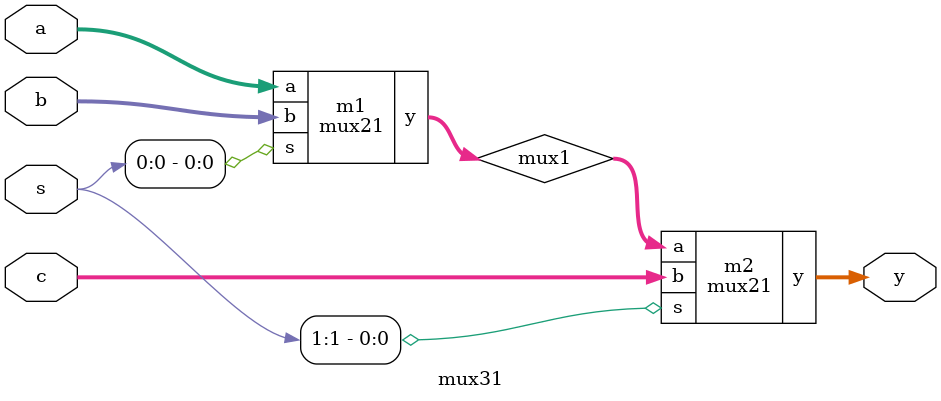
<source format=v>
/* Generated by Yosys 0.9 (git sha1 1979e0b) */

module mux21(a, b, s, y);
  wire _000_;
  wire _001_;
  wire _002_;
  wire _003_;
  wire _004_;
  wire _005_;
  wire _006_;
  wire _007_;
  wire _008_;
  wire _009_;
  wire _010_;
  wire _011_;
  wire _012_;
  wire _013_;
  wire _014_;
  wire _015_;
  wire _016_;
  wire _017_;
  wire _018_;
  wire _019_;
  wire _020_;
  wire _021_;
  wire _022_;
  wire _023_;
  wire _024_;
  wire _025_;
  wire _026_;
  wire _027_;
  wire _028_;
  wire _029_;
  wire _030_;
  wire _031_;
  wire _032_;
  wire _033_;
  wire _034_;
  wire _035_;
  wire _036_;
  wire _037_;
  wire _038_;
  wire _039_;
  wire _040_;
  wire _041_;
  wire _042_;
  wire _043_;
  wire _044_;
  wire _045_;
  wire _046_;
  wire _047_;
  wire _048_;
  wire _049_;
  wire _050_;
  wire _051_;
  wire _052_;
  wire _053_;
  wire _054_;
  wire _055_;
  wire _056_;
  wire _057_;
  wire _058_;
  wire _059_;
  wire _060_;
  wire _061_;
  wire _062_;
  wire _063_;
  wire _064_;
  wire _065_;
  wire _066_;
  wire _067_;
  wire _068_;
  wire _069_;
  wire _070_;
  wire _071_;
  wire _072_;
  wire _073_;
  wire _074_;
  wire _075_;
  wire _076_;
  wire _077_;
  wire _078_;
  wire _079_;
  wire _080_;
  wire _081_;
  wire _082_;
  wire _083_;
  wire _084_;
  wire _085_;
  wire _086_;
  wire _087_;
  wire _088_;
  wire _089_;
  wire _090_;
  wire _091_;
  wire _092_;
  wire _093_;
  wire _094_;
  wire _095_;
  wire _096_;
  input [31:0] a;
  input [31:0] b;
  input s;
  output [31:0] y;
  sky130_fd_sc_hd__mux2_1 _097_ (
    .A0(_013_),
    .A1(_045_),
    .S(_064_),
    .X(_078_)
  );
  sky130_fd_sc_hd__mux2_1 _098_ (
    .A0(_014_),
    .A1(_046_),
    .S(_064_),
    .X(_079_)
  );
  sky130_fd_sc_hd__mux2_1 _099_ (
    .A0(_015_),
    .A1(_047_),
    .S(_064_),
    .X(_080_)
  );
  sky130_fd_sc_hd__mux2_1 _100_ (
    .A0(_016_),
    .A1(_048_),
    .S(_064_),
    .X(_081_)
  );
  sky130_fd_sc_hd__mux2_1 _101_ (
    .A0(_017_),
    .A1(_049_),
    .S(_064_),
    .X(_082_)
  );
  sky130_fd_sc_hd__mux2_1 _102_ (
    .A0(_018_),
    .A1(_050_),
    .S(_064_),
    .X(_083_)
  );
  sky130_fd_sc_hd__mux2_1 _103_ (
    .A0(_019_),
    .A1(_051_),
    .S(_064_),
    .X(_084_)
  );
  sky130_fd_sc_hd__mux2_1 _104_ (
    .A0(_020_),
    .A1(_052_),
    .S(_064_),
    .X(_085_)
  );
  sky130_fd_sc_hd__mux2_1 _105_ (
    .A0(_021_),
    .A1(_053_),
    .S(_064_),
    .X(_086_)
  );
  sky130_fd_sc_hd__mux2_1 _106_ (
    .A0(_023_),
    .A1(_055_),
    .S(_064_),
    .X(_088_)
  );
  sky130_fd_sc_hd__mux2_1 _107_ (
    .A0(_024_),
    .A1(_056_),
    .S(_064_),
    .X(_089_)
  );
  sky130_fd_sc_hd__mux2_1 _108_ (
    .A0(_000_),
    .A1(_032_),
    .S(_064_),
    .X(_065_)
  );
  sky130_fd_sc_hd__mux2_1 _109_ (
    .A0(_011_),
    .A1(_043_),
    .S(_064_),
    .X(_076_)
  );
  sky130_fd_sc_hd__mux2_1 _110_ (
    .A0(_022_),
    .A1(_054_),
    .S(_064_),
    .X(_087_)
  );
  sky130_fd_sc_hd__mux2_1 _111_ (
    .A0(_025_),
    .A1(_057_),
    .S(_064_),
    .X(_090_)
  );
  sky130_fd_sc_hd__mux2_1 _112_ (
    .A0(_026_),
    .A1(_058_),
    .S(_064_),
    .X(_091_)
  );
  sky130_fd_sc_hd__mux2_1 _113_ (
    .A0(_027_),
    .A1(_059_),
    .S(_064_),
    .X(_092_)
  );
  sky130_fd_sc_hd__mux2_1 _114_ (
    .A0(_028_),
    .A1(_060_),
    .S(_064_),
    .X(_093_)
  );
  sky130_fd_sc_hd__mux2_1 _115_ (
    .A0(_029_),
    .A1(_061_),
    .S(_064_),
    .X(_094_)
  );
  sky130_fd_sc_hd__mux2_1 _116_ (
    .A0(_030_),
    .A1(_062_),
    .S(_064_),
    .X(_095_)
  );
  sky130_fd_sc_hd__mux2_1 _117_ (
    .A0(_031_),
    .A1(_063_),
    .S(_064_),
    .X(_096_)
  );
  sky130_fd_sc_hd__mux2_1 _118_ (
    .A0(_001_),
    .A1(_033_),
    .S(_064_),
    .X(_066_)
  );
  sky130_fd_sc_hd__mux2_1 _119_ (
    .A0(_002_),
    .A1(_034_),
    .S(_064_),
    .X(_067_)
  );
  sky130_fd_sc_hd__mux2_1 _120_ (
    .A0(_003_),
    .A1(_035_),
    .S(_064_),
    .X(_068_)
  );
  sky130_fd_sc_hd__mux2_1 _121_ (
    .A0(_004_),
    .A1(_036_),
    .S(_064_),
    .X(_069_)
  );
  sky130_fd_sc_hd__mux2_1 _122_ (
    .A0(_005_),
    .A1(_037_),
    .S(_064_),
    .X(_070_)
  );
  sky130_fd_sc_hd__mux2_1 _123_ (
    .A0(_006_),
    .A1(_038_),
    .S(_064_),
    .X(_071_)
  );
  sky130_fd_sc_hd__mux2_1 _124_ (
    .A0(_007_),
    .A1(_039_),
    .S(_064_),
    .X(_072_)
  );
  sky130_fd_sc_hd__mux2_1 _125_ (
    .A0(_008_),
    .A1(_040_),
    .S(_064_),
    .X(_073_)
  );
  sky130_fd_sc_hd__mux2_1 _126_ (
    .A0(_009_),
    .A1(_041_),
    .S(_064_),
    .X(_074_)
  );
  sky130_fd_sc_hd__mux2_1 _127_ (
    .A0(_010_),
    .A1(_042_),
    .S(_064_),
    .X(_075_)
  );
  sky130_fd_sc_hd__mux2_1 _128_ (
    .A0(_012_),
    .A1(_044_),
    .S(_064_),
    .X(_077_)
  );
  assign _013_ = a[21];
  assign _045_ = b[21];
  assign _064_ = s;
  assign y[21] = _078_;
  assign _014_ = a[22];
  assign _046_ = b[22];
  assign y[22] = _079_;
  assign _015_ = a[23];
  assign _047_ = b[23];
  assign y[23] = _080_;
  assign _016_ = a[24];
  assign _048_ = b[24];
  assign y[24] = _081_;
  assign _017_ = a[25];
  assign _049_ = b[25];
  assign y[25] = _082_;
  assign _018_ = a[26];
  assign _050_ = b[26];
  assign y[26] = _083_;
  assign _019_ = a[27];
  assign _051_ = b[27];
  assign y[27] = _084_;
  assign _020_ = a[28];
  assign _052_ = b[28];
  assign y[28] = _085_;
  assign _021_ = a[29];
  assign _053_ = b[29];
  assign y[29] = _086_;
  assign _023_ = a[30];
  assign _055_ = b[30];
  assign y[30] = _088_;
  assign _024_ = a[31];
  assign _056_ = b[31];
  assign y[31] = _089_;
  assign _000_ = a[0];
  assign _032_ = b[0];
  assign y[0] = _065_;
  assign _011_ = a[1];
  assign _043_ = b[1];
  assign y[1] = _076_;
  assign _022_ = a[2];
  assign _054_ = b[2];
  assign y[2] = _087_;
  assign _025_ = a[3];
  assign _057_ = b[3];
  assign y[3] = _090_;
  assign _026_ = a[4];
  assign _058_ = b[4];
  assign y[4] = _091_;
  assign _027_ = a[5];
  assign _059_ = b[5];
  assign y[5] = _092_;
  assign _028_ = a[6];
  assign _060_ = b[6];
  assign y[6] = _093_;
  assign _029_ = a[7];
  assign _061_ = b[7];
  assign y[7] = _094_;
  assign _030_ = a[8];
  assign _062_ = b[8];
  assign y[8] = _095_;
  assign _031_ = a[9];
  assign _063_ = b[9];
  assign y[9] = _096_;
  assign _001_ = a[10];
  assign _033_ = b[10];
  assign y[10] = _066_;
  assign _002_ = a[11];
  assign _034_ = b[11];
  assign y[11] = _067_;
  assign _003_ = a[12];
  assign _035_ = b[12];
  assign y[12] = _068_;
  assign _004_ = a[13];
  assign _036_ = b[13];
  assign y[13] = _069_;
  assign _005_ = a[14];
  assign _037_ = b[14];
  assign y[14] = _070_;
  assign _006_ = a[15];
  assign _038_ = b[15];
  assign y[15] = _071_;
  assign _007_ = a[16];
  assign _039_ = b[16];
  assign y[16] = _072_;
  assign _008_ = a[17];
  assign _040_ = b[17];
  assign y[17] = _073_;
  assign _009_ = a[18];
  assign _041_ = b[18];
  assign y[18] = _074_;
  assign _010_ = a[19];
  assign _042_ = b[19];
  assign y[19] = _075_;
  assign _012_ = a[20];
  assign _044_ = b[20];
  assign y[20] = _077_;
endmodule

module mux31(a, b, c, s, y);
  input [31:0] a;
  input [31:0] b;
  input [31:0] c;
  wire [31:0] mux1;
  input [1:0] s;
  output [31:0] y;
  mux21 m1 (
    .a(a),
    .b(b),
    .s(s[0]),
    .y(mux1)
  );
  mux21 m2 (
    .a(mux1),
    .b(c),
    .s(s[1]),
    .y(y)
  );
endmodule

</source>
